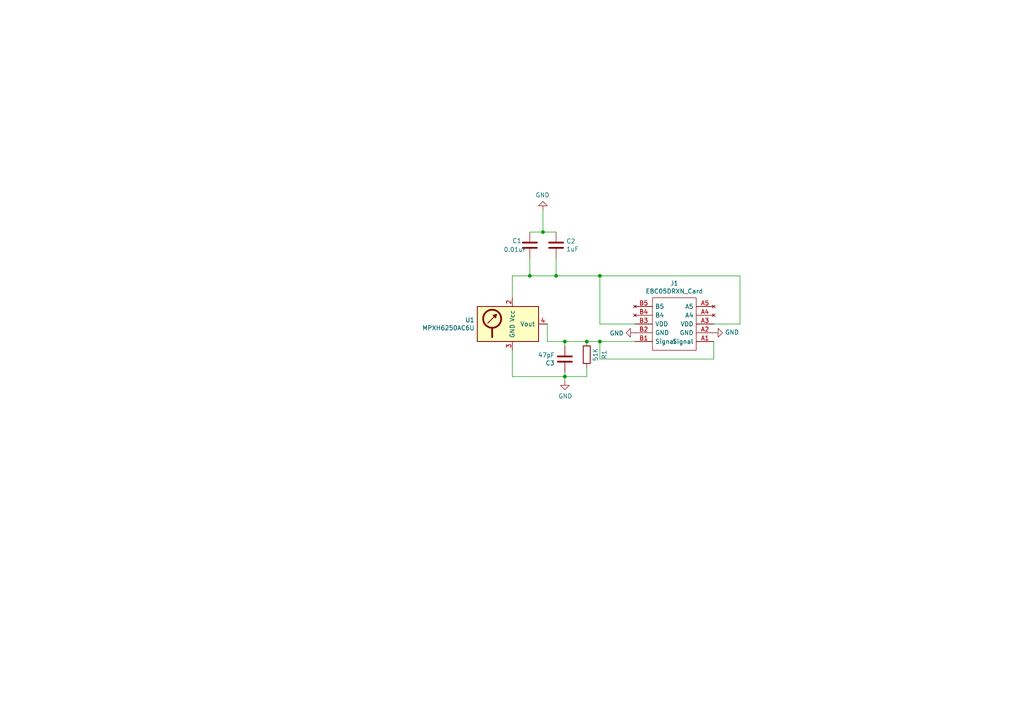
<source format=kicad_sch>
(kicad_sch (version 20230121) (generator eeschema)
  (paper "A4")
  (lib_symbols
    (symbol "Device:C" (pin_numbers hide) (pin_names (offset 0.254))
      (property "Reference" "C" (at 0.635 2.54 0))
      (property "Value" "C" (at 0.635 -2.54 0))
      (symbol "C_0_1"
        (polyline (pts (xy -2.032 -0.762) (xy 2.032 -0.762)) (stroke (width 0.508)))
        (polyline (pts (xy -2.032 0.762) (xy 2.032 0.762)) (stroke (width 0.508)))
      )
      (symbol "C_1_1"
        (pin passive line (at 0 3.81 270) (length 2.794) (name "~") (number "1"))
        (pin passive line (at 0 -3.81 90) (length 2.794) (name "~") (number "2"))
      )
    )
    (symbol "Device:R" (pin_numbers hide) (pin_names (offset 0))
      (property "Reference" "R" (at 2.032 0 90))
      (property "Value" "R" (at 0 0 90))
      (symbol "R_0_1"
        (rectangle (start -1.016 -2.54) (end 1.016 2.54) (stroke (width 0.254)))
      )
      (symbol "R_1_1"
        (pin passive line (at 0 3.81 270) (length 1.27) (name "~") (number "1"))
        (pin passive line (at 0 -3.81 90) (length 1.27) (name "~") (number "2"))
      )
    )
    (symbol "Misc:EBC05DRXN_Card" (pin_names (offset 0.762))
      (property "Reference" "J" (at 19.05 7.62 0))
      (property "Value" "EBC05DRXN_Card" (at 19.05 5.08 0))
      (symbol "EBC05DRXN_Card_0_0"
        (pin output line (at 0 0 0) (length 5.08) (name "Signal") (number "A1"))
        (pin power_in line (at 0 -2.54 0) (length 5.08) (name "GND") (number "A2"))
        (pin power_in line (at 0 -5.08 0) (length 5.08) (name "VDD") (number "A3"))
        (pin no_connect line (at 0 -7.62 0) (length 5.08) (name "A4") (number "A4"))
        (pin no_connect line (at 0 -10.16 0) (length 5.08) (name "A5") (number "A5"))
        (pin output line (at 22.86 0 180) (length 5.08) (name "Signal") (number "B1"))
        (pin power_in line (at 22.86 -2.54 180) (length 5.08) (name "GND") (number "B2"))
        (pin power_in line (at 22.86 -5.08 180) (length 5.08) (name "VDD") (number "B3"))
        (pin no_connect line (at 22.86 -7.62 180) (length 5.08) (name "B4") (number "B4"))
        (pin no_connect line (at 22.86 -10.16 180) (length 5.08) (name "B5") (number "B5"))
      )
      (symbol "EBC05DRXN_Card_0_1"
        (polyline (pts (xy 5.08 2.54) (xy 17.78 2.54) (xy 17.78 -12.7) (xy 5.08 -12.7) (xy 5.08 2.54)) (stroke (width 0.1524)))
      )
    )
    (symbol "Misc:MPXH6250AC6U" (pin_names (offset 1.016))
      (property "Reference" "U" (at -10.16 6.35 0))
      (property "Value" "MPXH6250AC6U" (at 1.27 6.35 0))
      (symbol "MPXH6250AC6U_0_1"
        (circle (center -5.842 1.524) (radius 2.6162) (stroke (width 0.508)))
        (polyline (pts (xy -7.112 0.254) (xy -4.572 2.794)) (stroke (width 0.254)))
        (polyline (pts (xy -5.842 -1.27) (xy -5.842 -3.81)) (stroke (width 0.508)))
        (polyline (pts (xy -4.572 2.794) (xy -4.826 1.778) (xy -5.588 2.54) (xy -4.572 2.794)) (stroke (width 0.254)) (fill (type outline)))
        (rectangle (start 7.62 5.08) (end -10.16 -5.08) (stroke (width 0.254)) (fill (type background)))
      )
      (symbol "MPXH6250AC6U_1_1"
        (pin no_connect line (at 5.08 -7.62 90) (length 2.54) hide (name "NC") (number "1"))
        (pin power_in line (at 0 7.62 270) (length 2.54) (name "Vcc") (number "2"))
        (pin power_in line (at 0 -7.62 90) (length 2.54) (name "GND") (number "3"))
        (pin output line (at 10.16 0 180) (length 2.54) (name "Vout") (number "4"))
        (pin no_connect line (at -7.62 -7.62 90) (length 2.54) hide (name "NC") (number "5"))
        (pin no_connect line (at -5.08 -7.62 90) (length 2.54) hide (name "NC") (number "6"))
        (pin no_connect line (at -2.54 -7.62 90) (length 2.54) hide (name "NC") (number "7"))
        (pin no_connect line (at 2.54 -7.62 90) (length 2.54) hide (name "NC") (number "8"))
      )
    )
    (symbol "power:GND" (power) (pin_names (offset 0))
      (property "Value" "GND" (at 0 -3.81 0))
      (symbol "GND_0_1"
        (polyline (pts (xy 0 0) (xy 0 -1.27) (xy 1.27 -1.27) (xy 0 -2.54) (xy -1.27 -1.27) (xy 0 -1.27)))
      )
      (symbol "GND_1_1"
        (pin power_in line (at 0 0 270) (length 0) hide (name "GND") (number "1"))
      )
    )
  )
  (junction (at 157.48 67.31))
  (junction (at 163.83 99.06))
  (junction (at 163.83 109.22))
  (junction (at 161.29 80.01))
  (junction (at 173.99 80.01))
  (junction (at 170.18 99.06))
  (junction (at 173.99 99.06))
  (junction (at 153.67 80.01))
  (wire (pts (xy 214.63 80.01) (xy 173.99 80.01)))
  (wire (pts (xy 173.99 99.06) (xy 170.18 99.06)))
  (wire (pts (xy 161.29 80.01) (xy 153.67 80.01)))
  (wire (pts (xy 184.15 99.06) (xy 173.99 99.06)))
  (wire (pts (xy 161.29 80.01) (xy 161.29 74.93)))
  (wire (pts (xy 163.83 109.22) (xy 163.83 110.49)))
  (wire (pts (xy 170.18 109.22) (xy 163.83 109.22)))
  (wire (pts (xy 157.48 67.31) (xy 157.48 60.96)))
  (wire (pts (xy 163.83 100.33) (xy 163.83 99.06)))
  (wire (pts (xy 173.99 104.14) (xy 173.99 99.06)))
  (wire (pts (xy 170.18 106.68) (xy 170.18 109.22)))
  (wire (pts (xy 148.59 80.01) (xy 148.59 86.36)))
  (wire (pts (xy 170.18 99.06) (xy 163.83 99.06)))
  (wire (pts (xy 214.63 93.98) (xy 214.63 80.01)))
  (wire (pts (xy 207.01 99.06) (xy 207.01 104.14)))
  (wire (pts (xy 173.99 93.98) (xy 173.99 80.01)))
  (wire (pts (xy 153.67 80.01) (xy 148.59 80.01)))
  (wire (pts (xy 153.67 67.31) (xy 157.48 67.31)))
  (wire (pts (xy 163.83 107.95) (xy 163.83 109.22)))
  (wire (pts (xy 148.59 109.22) (xy 163.83 109.22)))
  (wire (pts (xy 157.48 67.31) (xy 161.29 67.31)))
  (wire (pts (xy 207.01 104.14) (xy 173.99 104.14)))
  (wire (pts (xy 173.99 80.01) (xy 161.29 80.01)))
  (wire (pts (xy 184.15 93.98) (xy 173.99 93.98)))
  (wire (pts (xy 163.83 99.06) (xy 158.75 99.06)))
  (wire (pts (xy 148.59 101.6) (xy 148.59 109.22)))
  (wire (pts (xy 158.75 99.06) (xy 158.75 93.98)))
  (wire (pts (xy 153.67 80.01) (xy 153.67 74.93)))
  (wire (pts (xy 207.01 93.98) (xy 214.63 93.98)))
  (symbol (lib_id "Device:C") (at 153.67 71.12 0) (unit 1)
    (property "Reference" "C1" (at 148.59 69.85 0) (effects (justify left)))
    (property "Value" "0.01uF" (at 146.05 72.39 0) (effects (justify left)))
    (property "Footprint" "Capacitor_SMD:C_0805_2012Metric" (effects hide))
    (property "Digikey Part Number" "311-1136-1-ND" (effects hide))
    (property "Manufacturer_Name" "Yageo" (effects hide))
    (property "Manufacturer_Part_Number" "CC0805KRX7R9BB103" (effects hide))
    (property "URL" "https://www.digikey.com/product-detail/en/yageo/CC0805KRX7R9BB103/311-1136-1-ND/303046" (effects hide))
  )
  (symbol (lib_id "Device:C") (at 161.29 71.12 0) (unit 1)
    (property "Reference" "C2" (at 164.211 69.9516 0) (effects (justify left)))
    (property "Value" "1uF" (at 164.211 72.263 0) (effects (justify left)))
    (property "Footprint" "Capacitor_SMD:C_0805_2012Metric" (effects hide))
    (property "Digikey Part Number" "311-1365-1-ND" (effects hide))
    (property "Manufacturer_Name" "Yageo" (effects hide))
    (property "Manufacturer_Part_Number" "CC0805KKX7R7BB105" (effects hide))
    (property "URL" "https://www.digikey.com/product-detail/en/yageo/CC0805KKX7R7BB105/311-1365-1-ND/2103149" (effects hide))
  )
  (symbol (lib_id "power:GND") (at 157.48 60.96 180) (unit 1)
    (property "Reference" "#PWR0103" (effects hide))
    (property "Value" "GND" (at 157.353 56.5658 0))
  )
  (symbol (lib_id "power:GND") (at 163.83 110.49 0) (unit 1)
    (property "Reference" "#PWR0104" (effects hide))
    (property "Value" "GND" (at 163.957 114.8842 0))
  )
  (symbol (lib_id "Device:C") (at 163.83 104.14 180) (unit 1)
    (property "Reference" "C3" (at 160.909 105.3084 0) (effects (justify left)))
    (property "Value" "47pF" (at 160.909 102.997 0) (effects (justify left)))
    (property "Footprint" "Capacitor_SMD:C_0805_2012Metric" (effects hide))
    (property "Digikey Part Number" "399-6963-1-ND" (effects hide))
    (property "Manufacturer_Name" "Kemet" (effects hide))
    (property "Manufacturer_Part_Number" "C0805C470J5GACAUTO" (effects hide))
    (property "URL" "https://www.digikey.com/product-detail/en/kemet/C0805C470J5GACAUTO/399-6963-1-ND/3314472" (effects hide))
  )
  (symbol (lib_id "Device:R") (at 170.18 102.87 0) (unit 1)
    (property "Reference" "R1" (at 175.26 102.87 90))
    (property "Value" "51K" (at 172.72 102.87 90))
    (property "Footprint" "Resistor_SMD:R_0805_2012Metric" (effects hide))
    (property "Digikey Part Number" "311-51.0KCRCT-ND" (effects hide))
    (property "Manufacturer_Name" "Yageo" (effects hide))
    (property "Manufacturer_Part_Number" "RC0805FR-0751KL" (effects hide))
    (property "URL" "https://www.digikey.com.au/product-detail/en/yageo/RC0805FR-0751KL/311-51.0KCRCT-ND/730960" (effects hide))
  )
  (symbol (lib_id "Misc:MPXH6250AC6U") (at 148.59 93.98 0) (unit 1)
    (property "Reference" "U1" (at 137.668 92.8116 0) (effects (justify right)))
    (property "Value" "MPXH6250AC6U" (at 137.668 95.123 0) (effects (justify right)))
    (property "Footprint" "Misc:MPXH6250AC6U" (effects hide))
    (property "Digikey Part Number" "MPXH6250AC6U-ND" (effects hide))
    (property "Manufacturer_Name" "NXP" (effects hide))
    (property "Manufacturer_Part_Number" "MPXH6250AC6U" (effects hide))
    (property "URL" "https://www.digikey.com.au/products/en?keywords=MPXH6250AC6U" (effects hide))
  )
  (symbol (lib_id "power:GND") (at 184.15 96.52 270) (unit 1)
    (property "Reference" "#PWR0101" (effects hide))
    (property "Value" "GND" (at 180.8988 96.647 90) (effects (justify right)))
  )
  (symbol (lib_id "power:GND") (at 207.01 96.52 90) (unit 1)
    (property "Reference" "#PWR0102" (effects hide))
    (property "Value" "GND" (at 210.2612 96.393 90) (effects (justify right)))
  )
  (symbol (lib_id "Misc:EBC05DRXN_Card") (at 207.01 99.06 180) (unit 1)
    (property "Reference" "J1" (at 195.58 82.169 0))
    (property "Value" "EBC05DRXN_Card" (at 195.58 84.4804 0))
    (property "Footprint" "Misc:Sullins_EBC05DRXN_2x05_P2.54mm_Edge" (effects hide))
    (property "Datasheet" "https://datasheet.datasheetarchive.com/originals/dk/DKDS42/DSANUWW0040354.pdf" (effects hide))
    (property "Description" "CONN EDGE DUAL FMALE 10POS 0.100" (effects hide))
    (property "Height" "10.95" (effects hide))
    (property "Manufacturer_Name" "Sullins" (effects hide))
    (property "Manufacturer_Part_Number" "EBC05DRXN" (effects hide))
    (property "Arrow Part Number" "EBC05DRXN" (effects hide))
  )
)
</source>
